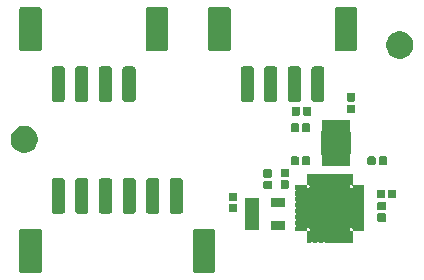
<source format=gbr>
G04 #@! TF.GenerationSoftware,KiCad,Pcbnew,5.0.1-33cea8e~68~ubuntu16.04.1*
G04 #@! TF.CreationDate,2019-02-13T12:33:41-05:00*
G04 #@! TF.ProjectId,RS485SPIConverter,5253343835535049436F6E7665727465,rev?*
G04 #@! TF.SameCoordinates,Original*
G04 #@! TF.FileFunction,Soldermask,Top*
G04 #@! TF.FilePolarity,Negative*
%FSLAX46Y46*%
G04 Gerber Fmt 4.6, Leading zero omitted, Abs format (unit mm)*
G04 Created by KiCad (PCBNEW 5.0.1-33cea8e~68~ubuntu16.04.1) date Wed 13 Feb 2019 12:33:41 PM EST*
%MOMM*%
%LPD*%
G01*
G04 APERTURE LIST*
%ADD10C,0.100000*%
G04 APERTURE END LIST*
D10*
G36*
X18168518Y-19774574D02*
X18201024Y-19784435D01*
X18230983Y-19800448D01*
X18257241Y-19821999D01*
X18278792Y-19848257D01*
X18294805Y-19878216D01*
X18304666Y-19910722D01*
X18308600Y-19950669D01*
X18308600Y-23292611D01*
X18304666Y-23332558D01*
X18294805Y-23365064D01*
X18278792Y-23395023D01*
X18257241Y-23421281D01*
X18230983Y-23442832D01*
X18201024Y-23458845D01*
X18168518Y-23468706D01*
X18128571Y-23472640D01*
X16586629Y-23472640D01*
X16546682Y-23468706D01*
X16514176Y-23458845D01*
X16484217Y-23442832D01*
X16457959Y-23421281D01*
X16436408Y-23395023D01*
X16420395Y-23365064D01*
X16410534Y-23332558D01*
X16406600Y-23292611D01*
X16406600Y-19950669D01*
X16410534Y-19910722D01*
X16420395Y-19878216D01*
X16436408Y-19848257D01*
X16457959Y-19821999D01*
X16484217Y-19800448D01*
X16514176Y-19784435D01*
X16546682Y-19774574D01*
X16586629Y-19770640D01*
X18128571Y-19770640D01*
X18168518Y-19774574D01*
X18168518Y-19774574D01*
G37*
G36*
X3468518Y-19774574D02*
X3501024Y-19784435D01*
X3530983Y-19800448D01*
X3557241Y-19821999D01*
X3578792Y-19848257D01*
X3594805Y-19878216D01*
X3604666Y-19910722D01*
X3608600Y-19950669D01*
X3608600Y-23292611D01*
X3604666Y-23332558D01*
X3594805Y-23365064D01*
X3578792Y-23395023D01*
X3557241Y-23421281D01*
X3530983Y-23442832D01*
X3501024Y-23458845D01*
X3468518Y-23468706D01*
X3428571Y-23472640D01*
X1886629Y-23472640D01*
X1846682Y-23468706D01*
X1814176Y-23458845D01*
X1784217Y-23442832D01*
X1757959Y-23421281D01*
X1736408Y-23395023D01*
X1720395Y-23365064D01*
X1710534Y-23332558D01*
X1706600Y-23292611D01*
X1706600Y-19950669D01*
X1710534Y-19910722D01*
X1720395Y-19878216D01*
X1736408Y-19848257D01*
X1757959Y-19821999D01*
X1784217Y-19800448D01*
X1814176Y-19784435D01*
X1846682Y-19774574D01*
X1886629Y-19770640D01*
X3428571Y-19770640D01*
X3468518Y-19774574D01*
X3468518Y-19774574D01*
G37*
G36*
X26405357Y-15075083D02*
X26410028Y-15076500D01*
X26414330Y-15078800D01*
X26420705Y-15084031D01*
X26441080Y-15097644D01*
X26463719Y-15107020D01*
X26487753Y-15111800D01*
X26512257Y-15111799D01*
X26536291Y-15107017D01*
X26558929Y-15097639D01*
X26579295Y-15084031D01*
X26585670Y-15078800D01*
X26589972Y-15076500D01*
X26594643Y-15075083D01*
X26605641Y-15074000D01*
X26894359Y-15074000D01*
X26905357Y-15075083D01*
X26910028Y-15076500D01*
X26914330Y-15078800D01*
X26920705Y-15084031D01*
X26941080Y-15097644D01*
X26963719Y-15107020D01*
X26987753Y-15111800D01*
X27012257Y-15111799D01*
X27036291Y-15107017D01*
X27058929Y-15097639D01*
X27079295Y-15084031D01*
X27085670Y-15078800D01*
X27089972Y-15076500D01*
X27094643Y-15075083D01*
X27105641Y-15074000D01*
X27394359Y-15074000D01*
X27405357Y-15075083D01*
X27410028Y-15076500D01*
X27414330Y-15078800D01*
X27420705Y-15084031D01*
X27441080Y-15097644D01*
X27463719Y-15107020D01*
X27487753Y-15111800D01*
X27512257Y-15111799D01*
X27536291Y-15107017D01*
X27558929Y-15097639D01*
X27579295Y-15084031D01*
X27585670Y-15078800D01*
X27589972Y-15076500D01*
X27594643Y-15075083D01*
X27605641Y-15074000D01*
X27894359Y-15074000D01*
X27905357Y-15075083D01*
X27910028Y-15076500D01*
X27914330Y-15078800D01*
X27920705Y-15084031D01*
X27941080Y-15097644D01*
X27963719Y-15107020D01*
X27987753Y-15111800D01*
X28012257Y-15111799D01*
X28036291Y-15107017D01*
X28058929Y-15097639D01*
X28079295Y-15084031D01*
X28085670Y-15078800D01*
X28089972Y-15076500D01*
X28094643Y-15075083D01*
X28105641Y-15074000D01*
X28394359Y-15074000D01*
X28405357Y-15075083D01*
X28410028Y-15076500D01*
X28414330Y-15078800D01*
X28420705Y-15084031D01*
X28441080Y-15097644D01*
X28463719Y-15107020D01*
X28487753Y-15111800D01*
X28512257Y-15111799D01*
X28536291Y-15107017D01*
X28558929Y-15097639D01*
X28579295Y-15084031D01*
X28585670Y-15078800D01*
X28589972Y-15076500D01*
X28594643Y-15075083D01*
X28605641Y-15074000D01*
X28894359Y-15074000D01*
X28905357Y-15075083D01*
X28910028Y-15076500D01*
X28914330Y-15078800D01*
X28920705Y-15084031D01*
X28941080Y-15097644D01*
X28963719Y-15107020D01*
X28987753Y-15111800D01*
X29012257Y-15111799D01*
X29036291Y-15107017D01*
X29058929Y-15097639D01*
X29079295Y-15084031D01*
X29085670Y-15078800D01*
X29089972Y-15076500D01*
X29094643Y-15075083D01*
X29105641Y-15074000D01*
X29394359Y-15074000D01*
X29405357Y-15075083D01*
X29410028Y-15076500D01*
X29414330Y-15078800D01*
X29420705Y-15084031D01*
X29441080Y-15097644D01*
X29463719Y-15107020D01*
X29487753Y-15111800D01*
X29512257Y-15111799D01*
X29536291Y-15107017D01*
X29558929Y-15097639D01*
X29579295Y-15084031D01*
X29585670Y-15078800D01*
X29589972Y-15076500D01*
X29594643Y-15075083D01*
X29605641Y-15074000D01*
X29894359Y-15074000D01*
X29905357Y-15075083D01*
X29910028Y-15076500D01*
X29914330Y-15078800D01*
X29918104Y-15081896D01*
X29921200Y-15085670D01*
X29923500Y-15089972D01*
X29924917Y-15094643D01*
X29926000Y-15105641D01*
X29926000Y-15949000D01*
X29928402Y-15973386D01*
X29935515Y-15996835D01*
X29947066Y-16018446D01*
X29962612Y-16037388D01*
X29981554Y-16052934D01*
X30003165Y-16064485D01*
X30026614Y-16071598D01*
X30051000Y-16074000D01*
X30894359Y-16074000D01*
X30905357Y-16075083D01*
X30910028Y-16076500D01*
X30914330Y-16078800D01*
X30918104Y-16081896D01*
X30921200Y-16085670D01*
X30923500Y-16089972D01*
X30924917Y-16094643D01*
X30926000Y-16105641D01*
X30926000Y-16394359D01*
X30924917Y-16405357D01*
X30923500Y-16410028D01*
X30921200Y-16414330D01*
X30915969Y-16420705D01*
X30902356Y-16441080D01*
X30892980Y-16463719D01*
X30888200Y-16487753D01*
X30888201Y-16512257D01*
X30892983Y-16536291D01*
X30902361Y-16558929D01*
X30915969Y-16579295D01*
X30921200Y-16585670D01*
X30923500Y-16589972D01*
X30924917Y-16594643D01*
X30926000Y-16605641D01*
X30926000Y-16894359D01*
X30924917Y-16905357D01*
X30923500Y-16910028D01*
X30921200Y-16914330D01*
X30915969Y-16920705D01*
X30902356Y-16941080D01*
X30892980Y-16963719D01*
X30888200Y-16987753D01*
X30888201Y-17012257D01*
X30892983Y-17036291D01*
X30902361Y-17058929D01*
X30915969Y-17079295D01*
X30921200Y-17085670D01*
X30923500Y-17089972D01*
X30924917Y-17094643D01*
X30926000Y-17105641D01*
X30926000Y-17394359D01*
X30924917Y-17405357D01*
X30923500Y-17410028D01*
X30921200Y-17414330D01*
X30915969Y-17420705D01*
X30902356Y-17441080D01*
X30892980Y-17463719D01*
X30888200Y-17487753D01*
X30888201Y-17512257D01*
X30892983Y-17536291D01*
X30902361Y-17558929D01*
X30915969Y-17579295D01*
X30921200Y-17585670D01*
X30923500Y-17589972D01*
X30924917Y-17594643D01*
X30926000Y-17605641D01*
X30926000Y-17894359D01*
X30924917Y-17905357D01*
X30923500Y-17910028D01*
X30921200Y-17914330D01*
X30915969Y-17920705D01*
X30902356Y-17941080D01*
X30892980Y-17963719D01*
X30888200Y-17987753D01*
X30888201Y-18012257D01*
X30892983Y-18036291D01*
X30902361Y-18058929D01*
X30915969Y-18079295D01*
X30921200Y-18085670D01*
X30923500Y-18089972D01*
X30924917Y-18094643D01*
X30926000Y-18105641D01*
X30926000Y-18394359D01*
X30924917Y-18405357D01*
X30923500Y-18410028D01*
X30921200Y-18414330D01*
X30915969Y-18420705D01*
X30902356Y-18441080D01*
X30892980Y-18463719D01*
X30888200Y-18487753D01*
X30888201Y-18512257D01*
X30892983Y-18536291D01*
X30902361Y-18558929D01*
X30915969Y-18579295D01*
X30921200Y-18585670D01*
X30923500Y-18589972D01*
X30924917Y-18594643D01*
X30926000Y-18605641D01*
X30926000Y-18894359D01*
X30924917Y-18905357D01*
X30923500Y-18910028D01*
X30921200Y-18914330D01*
X30915969Y-18920705D01*
X30902356Y-18941080D01*
X30892980Y-18963719D01*
X30888200Y-18987753D01*
X30888201Y-19012257D01*
X30892983Y-19036291D01*
X30902361Y-19058929D01*
X30915969Y-19079295D01*
X30921200Y-19085670D01*
X30923500Y-19089972D01*
X30924917Y-19094643D01*
X30926000Y-19105641D01*
X30926000Y-19394359D01*
X30924917Y-19405357D01*
X30923500Y-19410028D01*
X30921200Y-19414330D01*
X30915969Y-19420705D01*
X30902356Y-19441080D01*
X30892980Y-19463719D01*
X30888200Y-19487753D01*
X30888201Y-19512257D01*
X30892983Y-19536291D01*
X30902361Y-19558929D01*
X30915969Y-19579295D01*
X30921200Y-19585670D01*
X30923500Y-19589972D01*
X30924917Y-19594643D01*
X30926000Y-19605641D01*
X30926000Y-19894359D01*
X30924917Y-19905357D01*
X30923500Y-19910028D01*
X30921200Y-19914330D01*
X30918104Y-19918104D01*
X30914330Y-19921200D01*
X30910028Y-19923500D01*
X30905357Y-19924917D01*
X30894359Y-19926000D01*
X30051000Y-19926000D01*
X30026614Y-19928402D01*
X30003165Y-19935515D01*
X29981554Y-19947066D01*
X29962612Y-19962612D01*
X29947066Y-19981554D01*
X29935515Y-20003165D01*
X29928402Y-20026614D01*
X29926000Y-20051000D01*
X29926000Y-20894359D01*
X29924917Y-20905357D01*
X29923500Y-20910028D01*
X29921200Y-20914330D01*
X29918104Y-20918104D01*
X29914330Y-20921200D01*
X29910028Y-20923500D01*
X29905357Y-20924917D01*
X29894359Y-20926000D01*
X29605641Y-20926000D01*
X29594643Y-20924917D01*
X29589972Y-20923500D01*
X29585670Y-20921200D01*
X29579295Y-20915969D01*
X29558920Y-20902356D01*
X29536281Y-20892980D01*
X29512247Y-20888200D01*
X29487743Y-20888201D01*
X29463709Y-20892983D01*
X29441071Y-20902361D01*
X29420705Y-20915969D01*
X29414330Y-20921200D01*
X29410028Y-20923500D01*
X29405357Y-20924917D01*
X29394359Y-20926000D01*
X29105641Y-20926000D01*
X29094643Y-20924917D01*
X29089972Y-20923500D01*
X29085670Y-20921200D01*
X29079295Y-20915969D01*
X29058920Y-20902356D01*
X29036281Y-20892980D01*
X29012247Y-20888200D01*
X28987743Y-20888201D01*
X28963709Y-20892983D01*
X28941071Y-20902361D01*
X28920705Y-20915969D01*
X28914330Y-20921200D01*
X28910028Y-20923500D01*
X28905357Y-20924917D01*
X28894359Y-20926000D01*
X28605641Y-20926000D01*
X28594643Y-20924917D01*
X28589972Y-20923500D01*
X28585670Y-20921200D01*
X28579295Y-20915969D01*
X28558920Y-20902356D01*
X28536281Y-20892980D01*
X28512247Y-20888200D01*
X28487743Y-20888201D01*
X28463709Y-20892983D01*
X28441071Y-20902361D01*
X28420705Y-20915969D01*
X28414330Y-20921200D01*
X28410028Y-20923500D01*
X28405357Y-20924917D01*
X28394359Y-20926000D01*
X28105641Y-20926000D01*
X28094643Y-20924917D01*
X28089972Y-20923500D01*
X28085670Y-20921200D01*
X28079295Y-20915969D01*
X28058920Y-20902356D01*
X28036281Y-20892980D01*
X28012247Y-20888200D01*
X27987743Y-20888201D01*
X27963709Y-20892983D01*
X27941071Y-20902361D01*
X27920705Y-20915969D01*
X27914330Y-20921200D01*
X27910028Y-20923500D01*
X27905357Y-20924917D01*
X27894359Y-20926000D01*
X27605641Y-20926000D01*
X27594643Y-20924917D01*
X27589972Y-20923500D01*
X27585670Y-20921200D01*
X27579295Y-20915969D01*
X27558920Y-20902356D01*
X27536281Y-20892980D01*
X27512247Y-20888200D01*
X27487743Y-20888201D01*
X27463709Y-20892983D01*
X27441071Y-20902361D01*
X27420705Y-20915969D01*
X27414330Y-20921200D01*
X27410028Y-20923500D01*
X27405357Y-20924917D01*
X27394359Y-20926000D01*
X27105641Y-20926000D01*
X27094643Y-20924917D01*
X27089972Y-20923500D01*
X27085670Y-20921200D01*
X27079295Y-20915969D01*
X27058920Y-20902356D01*
X27036281Y-20892980D01*
X27012247Y-20888200D01*
X26987743Y-20888201D01*
X26963709Y-20892983D01*
X26941071Y-20902361D01*
X26920705Y-20915969D01*
X26914330Y-20921200D01*
X26910028Y-20923500D01*
X26905357Y-20924917D01*
X26894359Y-20926000D01*
X26605641Y-20926000D01*
X26594643Y-20924917D01*
X26589972Y-20923500D01*
X26585670Y-20921200D01*
X26579295Y-20915969D01*
X26558920Y-20902356D01*
X26536281Y-20892980D01*
X26512247Y-20888200D01*
X26487743Y-20888201D01*
X26463709Y-20892983D01*
X26441071Y-20902361D01*
X26420705Y-20915969D01*
X26414330Y-20921200D01*
X26410028Y-20923500D01*
X26405357Y-20924917D01*
X26394359Y-20926000D01*
X26105641Y-20926000D01*
X26094643Y-20924917D01*
X26089972Y-20923500D01*
X26085670Y-20921200D01*
X26081896Y-20918104D01*
X26078800Y-20914330D01*
X26076500Y-20910028D01*
X26075083Y-20905357D01*
X26074000Y-20894359D01*
X26074000Y-20051000D01*
X26071598Y-20026614D01*
X26064485Y-20003165D01*
X26052934Y-19981554D01*
X26037388Y-19962612D01*
X26018446Y-19947066D01*
X25996835Y-19935515D01*
X25973386Y-19928402D01*
X25949000Y-19926000D01*
X25105641Y-19926000D01*
X25094643Y-19924917D01*
X25089972Y-19923500D01*
X25085670Y-19921200D01*
X25081896Y-19918104D01*
X25078800Y-19914330D01*
X25076500Y-19910028D01*
X25075083Y-19905357D01*
X25074000Y-19894359D01*
X25074000Y-19815805D01*
X26051000Y-19815805D01*
X26051000Y-19824000D01*
X26053402Y-19848386D01*
X26060515Y-19871835D01*
X26072066Y-19893446D01*
X26087612Y-19912388D01*
X26106554Y-19927934D01*
X26128165Y-19939485D01*
X26151614Y-19946598D01*
X26176000Y-19949000D01*
X26184195Y-19949000D01*
X26208581Y-19946598D01*
X26232030Y-19939485D01*
X26253641Y-19927934D01*
X26272583Y-19912388D01*
X26288129Y-19893446D01*
X26299680Y-19871835D01*
X26306793Y-19848386D01*
X26309195Y-19824000D01*
X26307989Y-19811750D01*
X29691407Y-19811750D01*
X29691407Y-19836254D01*
X29696188Y-19860288D01*
X29705566Y-19882926D01*
X29719180Y-19903301D01*
X29736507Y-19920628D01*
X29756882Y-19934241D01*
X29779521Y-19943618D01*
X29815805Y-19949000D01*
X29824000Y-19949000D01*
X29848386Y-19946598D01*
X29871835Y-19939485D01*
X29893446Y-19927934D01*
X29912388Y-19912388D01*
X29927934Y-19893446D01*
X29939485Y-19871835D01*
X29946598Y-19848386D01*
X29949000Y-19824000D01*
X29949000Y-19815805D01*
X29946598Y-19791419D01*
X29939485Y-19767970D01*
X29927934Y-19746359D01*
X29912388Y-19727417D01*
X29893446Y-19711871D01*
X29871835Y-19700320D01*
X29848386Y-19693207D01*
X29824000Y-19690805D01*
X29799614Y-19693207D01*
X29776165Y-19700320D01*
X29754554Y-19711871D01*
X29741226Y-19723950D01*
X29741005Y-19723681D01*
X29736504Y-19727375D01*
X29719177Y-19744702D01*
X29705564Y-19765077D01*
X29696187Y-19787716D01*
X29691407Y-19811750D01*
X26307989Y-19811750D01*
X26306793Y-19799614D01*
X26299680Y-19776165D01*
X26288129Y-19754554D01*
X26276050Y-19741226D01*
X26276319Y-19741005D01*
X26272625Y-19736504D01*
X26255298Y-19719177D01*
X26234923Y-19705564D01*
X26212284Y-19696187D01*
X26188250Y-19691407D01*
X26163746Y-19691407D01*
X26139712Y-19696188D01*
X26117074Y-19705566D01*
X26096699Y-19719180D01*
X26079372Y-19736507D01*
X26065759Y-19756882D01*
X26056382Y-19779521D01*
X26051000Y-19815805D01*
X25074000Y-19815805D01*
X25074000Y-19605641D01*
X25075083Y-19594643D01*
X25076500Y-19589972D01*
X25078800Y-19585670D01*
X25084031Y-19579295D01*
X25097644Y-19558920D01*
X25107020Y-19536281D01*
X25111800Y-19512247D01*
X25111799Y-19487743D01*
X25107017Y-19463709D01*
X25097639Y-19441071D01*
X25084031Y-19420705D01*
X25078800Y-19414330D01*
X25076500Y-19410028D01*
X25075083Y-19405357D01*
X25074000Y-19394359D01*
X25074000Y-19105641D01*
X25075083Y-19094643D01*
X25076500Y-19089972D01*
X25078800Y-19085670D01*
X25084031Y-19079295D01*
X25097644Y-19058920D01*
X25107020Y-19036281D01*
X25111800Y-19012247D01*
X25111799Y-18987743D01*
X25107017Y-18963709D01*
X25097639Y-18941071D01*
X25084031Y-18920705D01*
X25078800Y-18914330D01*
X25076500Y-18910028D01*
X25075083Y-18905357D01*
X25074000Y-18894359D01*
X25074000Y-18605641D01*
X25075083Y-18594643D01*
X25076500Y-18589972D01*
X25078800Y-18585670D01*
X25084031Y-18579295D01*
X25097644Y-18558920D01*
X25107020Y-18536281D01*
X25111800Y-18512247D01*
X25111799Y-18487743D01*
X25107017Y-18463709D01*
X25097639Y-18441071D01*
X25084031Y-18420705D01*
X25078800Y-18414330D01*
X25076500Y-18410028D01*
X25075083Y-18405357D01*
X25074000Y-18394359D01*
X25074000Y-18105641D01*
X25075083Y-18094643D01*
X25076500Y-18089972D01*
X25078800Y-18085670D01*
X25084031Y-18079295D01*
X25097644Y-18058920D01*
X25107020Y-18036281D01*
X25111800Y-18012247D01*
X25111799Y-17987743D01*
X25107017Y-17963709D01*
X25097639Y-17941071D01*
X25084031Y-17920705D01*
X25078800Y-17914330D01*
X25076500Y-17910028D01*
X25075083Y-17905357D01*
X25074000Y-17894359D01*
X25074000Y-17605641D01*
X25075083Y-17594643D01*
X25076500Y-17589972D01*
X25078800Y-17585670D01*
X25084031Y-17579295D01*
X25097644Y-17558920D01*
X25107020Y-17536281D01*
X25111800Y-17512247D01*
X25111799Y-17487743D01*
X25107017Y-17463709D01*
X25097639Y-17441071D01*
X25084031Y-17420705D01*
X25078800Y-17414330D01*
X25076500Y-17410028D01*
X25075083Y-17405357D01*
X25074000Y-17394359D01*
X25074000Y-17105641D01*
X25075083Y-17094643D01*
X25076500Y-17089972D01*
X25078800Y-17085670D01*
X25084031Y-17079295D01*
X25097644Y-17058920D01*
X25107020Y-17036281D01*
X25111800Y-17012247D01*
X25111799Y-16987743D01*
X25107017Y-16963709D01*
X25097639Y-16941071D01*
X25084031Y-16920705D01*
X25078800Y-16914330D01*
X25076500Y-16910028D01*
X25075083Y-16905357D01*
X25074000Y-16894359D01*
X25074000Y-16605641D01*
X25075083Y-16594643D01*
X25076500Y-16589972D01*
X25078800Y-16585670D01*
X25084031Y-16579295D01*
X25097644Y-16558920D01*
X25107020Y-16536281D01*
X25111800Y-16512247D01*
X25111799Y-16487743D01*
X25107017Y-16463709D01*
X25097639Y-16441071D01*
X25084031Y-16420705D01*
X25078800Y-16414330D01*
X25076500Y-16410028D01*
X25075083Y-16405357D01*
X25074000Y-16394359D01*
X25074000Y-16176000D01*
X26051000Y-16176000D01*
X26051000Y-16184195D01*
X26053402Y-16208581D01*
X26060515Y-16232030D01*
X26072066Y-16253641D01*
X26087612Y-16272583D01*
X26106554Y-16288129D01*
X26128165Y-16299680D01*
X26151614Y-16306793D01*
X26176000Y-16309195D01*
X26200386Y-16306793D01*
X26223835Y-16299680D01*
X26245446Y-16288129D01*
X26258774Y-16276050D01*
X26258995Y-16276319D01*
X26263496Y-16272625D01*
X26280823Y-16255298D01*
X26294436Y-16234923D01*
X26303813Y-16212284D01*
X26308593Y-16188250D01*
X26308593Y-16176000D01*
X29690805Y-16176000D01*
X29693207Y-16200386D01*
X29700320Y-16223835D01*
X29711871Y-16245446D01*
X29723950Y-16258774D01*
X29723681Y-16258995D01*
X29727375Y-16263496D01*
X29744702Y-16280823D01*
X29765077Y-16294436D01*
X29787716Y-16303813D01*
X29811750Y-16308593D01*
X29836254Y-16308593D01*
X29860288Y-16303812D01*
X29882926Y-16294434D01*
X29903301Y-16280820D01*
X29920628Y-16263493D01*
X29934241Y-16243118D01*
X29943618Y-16220479D01*
X29949000Y-16184195D01*
X29949000Y-16176000D01*
X29946598Y-16151614D01*
X29939485Y-16128165D01*
X29927934Y-16106554D01*
X29912388Y-16087612D01*
X29893446Y-16072066D01*
X29871835Y-16060515D01*
X29848386Y-16053402D01*
X29824000Y-16051000D01*
X29815805Y-16051000D01*
X29791419Y-16053402D01*
X29767970Y-16060515D01*
X29746359Y-16072066D01*
X29727417Y-16087612D01*
X29711871Y-16106554D01*
X29700320Y-16128165D01*
X29693207Y-16151614D01*
X29690805Y-16176000D01*
X26308593Y-16176000D01*
X26308593Y-16163746D01*
X26303812Y-16139712D01*
X26294434Y-16117074D01*
X26280820Y-16096699D01*
X26263493Y-16079372D01*
X26243118Y-16065759D01*
X26220479Y-16056382D01*
X26184195Y-16051000D01*
X26176000Y-16051000D01*
X26151614Y-16053402D01*
X26128165Y-16060515D01*
X26106554Y-16072066D01*
X26087612Y-16087612D01*
X26072066Y-16106554D01*
X26060515Y-16128165D01*
X26053402Y-16151614D01*
X26051000Y-16176000D01*
X25074000Y-16176000D01*
X25074000Y-16105641D01*
X25075083Y-16094643D01*
X25076500Y-16089972D01*
X25078800Y-16085670D01*
X25081896Y-16081896D01*
X25085670Y-16078800D01*
X25089972Y-16076500D01*
X25094643Y-16075083D01*
X25105641Y-16074000D01*
X25949000Y-16074000D01*
X25973386Y-16071598D01*
X25996835Y-16064485D01*
X26018446Y-16052934D01*
X26037388Y-16037388D01*
X26052934Y-16018446D01*
X26064485Y-15996835D01*
X26071598Y-15973386D01*
X26074000Y-15949000D01*
X26074000Y-15105641D01*
X26075083Y-15094643D01*
X26076500Y-15089972D01*
X26078800Y-15085670D01*
X26081896Y-15081896D01*
X26085670Y-15078800D01*
X26089972Y-15076500D01*
X26094643Y-15075083D01*
X26105641Y-15074000D01*
X26394359Y-15074000D01*
X26405357Y-15075083D01*
X26405357Y-15075083D01*
G37*
G36*
X24181000Y-19826000D02*
X23019000Y-19826000D01*
X23019000Y-19074000D01*
X24181000Y-19074000D01*
X24181000Y-19826000D01*
X24181000Y-19826000D01*
G37*
G36*
X21981000Y-19826000D02*
X20819000Y-19826000D01*
X20819000Y-17174000D01*
X21981000Y-17174000D01*
X21981000Y-19826000D01*
X21981000Y-19826000D01*
G37*
G36*
X32681938Y-18456716D02*
X32702556Y-18462970D01*
X32721556Y-18473126D01*
X32738208Y-18486792D01*
X32751874Y-18503444D01*
X32762030Y-18522444D01*
X32768284Y-18543062D01*
X32771000Y-18570640D01*
X32771000Y-19029360D01*
X32768284Y-19056938D01*
X32762030Y-19077556D01*
X32751874Y-19096556D01*
X32738208Y-19113208D01*
X32721556Y-19126874D01*
X32702556Y-19137030D01*
X32681938Y-19143284D01*
X32654360Y-19146000D01*
X32145640Y-19146000D01*
X32118062Y-19143284D01*
X32097444Y-19137030D01*
X32078444Y-19126874D01*
X32061792Y-19113208D01*
X32048126Y-19096556D01*
X32037970Y-19077556D01*
X32031716Y-19056938D01*
X32029000Y-19029360D01*
X32029000Y-18570640D01*
X32031716Y-18543062D01*
X32037970Y-18522444D01*
X32048126Y-18503444D01*
X32061792Y-18486792D01*
X32078444Y-18473126D01*
X32097444Y-18462970D01*
X32118062Y-18456716D01*
X32145640Y-18454000D01*
X32654360Y-18454000D01*
X32681938Y-18456716D01*
X32681938Y-18456716D01*
G37*
G36*
X9387033Y-15475326D02*
X9426881Y-15487414D01*
X9463601Y-15507041D01*
X9495786Y-15533454D01*
X9522199Y-15565639D01*
X9541826Y-15602359D01*
X9553914Y-15642207D01*
X9558600Y-15689781D01*
X9558600Y-18253499D01*
X9553914Y-18301073D01*
X9541826Y-18340921D01*
X9522199Y-18377641D01*
X9495786Y-18409826D01*
X9463601Y-18436239D01*
X9426881Y-18455866D01*
X9387033Y-18467954D01*
X9339459Y-18472640D01*
X8675741Y-18472640D01*
X8628167Y-18467954D01*
X8588319Y-18455866D01*
X8551599Y-18436239D01*
X8519414Y-18409826D01*
X8493001Y-18377641D01*
X8473374Y-18340921D01*
X8461286Y-18301073D01*
X8456600Y-18253499D01*
X8456600Y-15689781D01*
X8461286Y-15642207D01*
X8473374Y-15602359D01*
X8493001Y-15565639D01*
X8519414Y-15533454D01*
X8551599Y-15507041D01*
X8588319Y-15487414D01*
X8628167Y-15475326D01*
X8675741Y-15470640D01*
X9339459Y-15470640D01*
X9387033Y-15475326D01*
X9387033Y-15475326D01*
G37*
G36*
X11387033Y-15475326D02*
X11426881Y-15487414D01*
X11463601Y-15507041D01*
X11495786Y-15533454D01*
X11522199Y-15565639D01*
X11541826Y-15602359D01*
X11553914Y-15642207D01*
X11558600Y-15689781D01*
X11558600Y-18253499D01*
X11553914Y-18301073D01*
X11541826Y-18340921D01*
X11522199Y-18377641D01*
X11495786Y-18409826D01*
X11463601Y-18436239D01*
X11426881Y-18455866D01*
X11387033Y-18467954D01*
X11339459Y-18472640D01*
X10675741Y-18472640D01*
X10628167Y-18467954D01*
X10588319Y-18455866D01*
X10551599Y-18436239D01*
X10519414Y-18409826D01*
X10493001Y-18377641D01*
X10473374Y-18340921D01*
X10461286Y-18301073D01*
X10456600Y-18253499D01*
X10456600Y-15689781D01*
X10461286Y-15642207D01*
X10473374Y-15602359D01*
X10493001Y-15565639D01*
X10519414Y-15533454D01*
X10551599Y-15507041D01*
X10588319Y-15487414D01*
X10628167Y-15475326D01*
X10675741Y-15470640D01*
X11339459Y-15470640D01*
X11387033Y-15475326D01*
X11387033Y-15475326D01*
G37*
G36*
X13387033Y-15475326D02*
X13426881Y-15487414D01*
X13463601Y-15507041D01*
X13495786Y-15533454D01*
X13522199Y-15565639D01*
X13541826Y-15602359D01*
X13553914Y-15642207D01*
X13558600Y-15689781D01*
X13558600Y-18253499D01*
X13553914Y-18301073D01*
X13541826Y-18340921D01*
X13522199Y-18377641D01*
X13495786Y-18409826D01*
X13463601Y-18436239D01*
X13426881Y-18455866D01*
X13387033Y-18467954D01*
X13339459Y-18472640D01*
X12675741Y-18472640D01*
X12628167Y-18467954D01*
X12588319Y-18455866D01*
X12551599Y-18436239D01*
X12519414Y-18409826D01*
X12493001Y-18377641D01*
X12473374Y-18340921D01*
X12461286Y-18301073D01*
X12456600Y-18253499D01*
X12456600Y-15689781D01*
X12461286Y-15642207D01*
X12473374Y-15602359D01*
X12493001Y-15565639D01*
X12519414Y-15533454D01*
X12551599Y-15507041D01*
X12588319Y-15487414D01*
X12628167Y-15475326D01*
X12675741Y-15470640D01*
X13339459Y-15470640D01*
X13387033Y-15475326D01*
X13387033Y-15475326D01*
G37*
G36*
X7387033Y-15475326D02*
X7426881Y-15487414D01*
X7463601Y-15507041D01*
X7495786Y-15533454D01*
X7522199Y-15565639D01*
X7541826Y-15602359D01*
X7553914Y-15642207D01*
X7558600Y-15689781D01*
X7558600Y-18253499D01*
X7553914Y-18301073D01*
X7541826Y-18340921D01*
X7522199Y-18377641D01*
X7495786Y-18409826D01*
X7463601Y-18436239D01*
X7426881Y-18455866D01*
X7387033Y-18467954D01*
X7339459Y-18472640D01*
X6675741Y-18472640D01*
X6628167Y-18467954D01*
X6588319Y-18455866D01*
X6551599Y-18436239D01*
X6519414Y-18409826D01*
X6493001Y-18377641D01*
X6473374Y-18340921D01*
X6461286Y-18301073D01*
X6456600Y-18253499D01*
X6456600Y-15689781D01*
X6461286Y-15642207D01*
X6473374Y-15602359D01*
X6493001Y-15565639D01*
X6519414Y-15533454D01*
X6551599Y-15507041D01*
X6588319Y-15487414D01*
X6628167Y-15475326D01*
X6675741Y-15470640D01*
X7339459Y-15470640D01*
X7387033Y-15475326D01*
X7387033Y-15475326D01*
G37*
G36*
X5387033Y-15475326D02*
X5426881Y-15487414D01*
X5463601Y-15507041D01*
X5495786Y-15533454D01*
X5522199Y-15565639D01*
X5541826Y-15602359D01*
X5553914Y-15642207D01*
X5558600Y-15689781D01*
X5558600Y-18253499D01*
X5553914Y-18301073D01*
X5541826Y-18340921D01*
X5522199Y-18377641D01*
X5495786Y-18409826D01*
X5463601Y-18436239D01*
X5426881Y-18455866D01*
X5387033Y-18467954D01*
X5339459Y-18472640D01*
X4675741Y-18472640D01*
X4628167Y-18467954D01*
X4588319Y-18455866D01*
X4551599Y-18436239D01*
X4519414Y-18409826D01*
X4493001Y-18377641D01*
X4473374Y-18340921D01*
X4461286Y-18301073D01*
X4456600Y-18253499D01*
X4456600Y-15689781D01*
X4461286Y-15642207D01*
X4473374Y-15602359D01*
X4493001Y-15565639D01*
X4519414Y-15533454D01*
X4551599Y-15507041D01*
X4588319Y-15487414D01*
X4628167Y-15475326D01*
X4675741Y-15470640D01*
X5339459Y-15470640D01*
X5387033Y-15475326D01*
X5387033Y-15475326D01*
G37*
G36*
X15387033Y-15475326D02*
X15426881Y-15487414D01*
X15463601Y-15507041D01*
X15495786Y-15533454D01*
X15522199Y-15565639D01*
X15541826Y-15602359D01*
X15553914Y-15642207D01*
X15558600Y-15689781D01*
X15558600Y-18253499D01*
X15553914Y-18301073D01*
X15541826Y-18340921D01*
X15522199Y-18377641D01*
X15495786Y-18409826D01*
X15463601Y-18436239D01*
X15426881Y-18455866D01*
X15387033Y-18467954D01*
X15339459Y-18472640D01*
X14675741Y-18472640D01*
X14628167Y-18467954D01*
X14588319Y-18455866D01*
X14551599Y-18436239D01*
X14519414Y-18409826D01*
X14493001Y-18377641D01*
X14473374Y-18340921D01*
X14461286Y-18301073D01*
X14456600Y-18253499D01*
X14456600Y-15689781D01*
X14461286Y-15642207D01*
X14473374Y-15602359D01*
X14493001Y-15565639D01*
X14519414Y-15533454D01*
X14551599Y-15507041D01*
X14588319Y-15487414D01*
X14628167Y-15475326D01*
X14675741Y-15470640D01*
X15339459Y-15470640D01*
X15387033Y-15475326D01*
X15387033Y-15475326D01*
G37*
G36*
X20081938Y-17656716D02*
X20102556Y-17662970D01*
X20121556Y-17673126D01*
X20138208Y-17686792D01*
X20151874Y-17703444D01*
X20162030Y-17722444D01*
X20168284Y-17743062D01*
X20171000Y-17770640D01*
X20171000Y-18229360D01*
X20168284Y-18256938D01*
X20162030Y-18277556D01*
X20151874Y-18296556D01*
X20138208Y-18313208D01*
X20121556Y-18326874D01*
X20102556Y-18337030D01*
X20081938Y-18343284D01*
X20054360Y-18346000D01*
X19545640Y-18346000D01*
X19518062Y-18343284D01*
X19497444Y-18337030D01*
X19478444Y-18326874D01*
X19461792Y-18313208D01*
X19448126Y-18296556D01*
X19437970Y-18277556D01*
X19431716Y-18256938D01*
X19429000Y-18229360D01*
X19429000Y-17770640D01*
X19431716Y-17743062D01*
X19437970Y-17722444D01*
X19448126Y-17703444D01*
X19461792Y-17686792D01*
X19478444Y-17673126D01*
X19497444Y-17662970D01*
X19518062Y-17656716D01*
X19545640Y-17654000D01*
X20054360Y-17654000D01*
X20081938Y-17656716D01*
X20081938Y-17656716D01*
G37*
G36*
X32681938Y-17486716D02*
X32702556Y-17492970D01*
X32721556Y-17503126D01*
X32738208Y-17516792D01*
X32751874Y-17533444D01*
X32762030Y-17552444D01*
X32768284Y-17573062D01*
X32771000Y-17600640D01*
X32771000Y-18059360D01*
X32768284Y-18086938D01*
X32762030Y-18107556D01*
X32751874Y-18126556D01*
X32738208Y-18143208D01*
X32721556Y-18156874D01*
X32702556Y-18167030D01*
X32681938Y-18173284D01*
X32654360Y-18176000D01*
X32145640Y-18176000D01*
X32118062Y-18173284D01*
X32097444Y-18167030D01*
X32078444Y-18156874D01*
X32061792Y-18143208D01*
X32048126Y-18126556D01*
X32037970Y-18107556D01*
X32031716Y-18086938D01*
X32029000Y-18059360D01*
X32029000Y-17600640D01*
X32031716Y-17573062D01*
X32037970Y-17552444D01*
X32048126Y-17533444D01*
X32061792Y-17516792D01*
X32078444Y-17503126D01*
X32097444Y-17492970D01*
X32118062Y-17486716D01*
X32145640Y-17484000D01*
X32654360Y-17484000D01*
X32681938Y-17486716D01*
X32681938Y-17486716D01*
G37*
G36*
X24181000Y-17926000D02*
X23019000Y-17926000D01*
X23019000Y-17174000D01*
X24181000Y-17174000D01*
X24181000Y-17926000D01*
X24181000Y-17926000D01*
G37*
G36*
X20081938Y-16686716D02*
X20102556Y-16692970D01*
X20121556Y-16703126D01*
X20138208Y-16716792D01*
X20151874Y-16733444D01*
X20162030Y-16752444D01*
X20168284Y-16773062D01*
X20171000Y-16800640D01*
X20171000Y-17259360D01*
X20168284Y-17286938D01*
X20162030Y-17307556D01*
X20151874Y-17326556D01*
X20138208Y-17343208D01*
X20121556Y-17356874D01*
X20102556Y-17367030D01*
X20081938Y-17373284D01*
X20054360Y-17376000D01*
X19545640Y-17376000D01*
X19518062Y-17373284D01*
X19497444Y-17367030D01*
X19478444Y-17356874D01*
X19461792Y-17343208D01*
X19448126Y-17326556D01*
X19437970Y-17307556D01*
X19431716Y-17286938D01*
X19429000Y-17259360D01*
X19429000Y-16800640D01*
X19431716Y-16773062D01*
X19437970Y-16752444D01*
X19448126Y-16733444D01*
X19461792Y-16716792D01*
X19478444Y-16703126D01*
X19497444Y-16692970D01*
X19518062Y-16686716D01*
X19545640Y-16684000D01*
X20054360Y-16684000D01*
X20081938Y-16686716D01*
X20081938Y-16686716D01*
G37*
G36*
X33541938Y-16431716D02*
X33562556Y-16437970D01*
X33581556Y-16448126D01*
X33598208Y-16461792D01*
X33611874Y-16478444D01*
X33622030Y-16497444D01*
X33628284Y-16518062D01*
X33631000Y-16545640D01*
X33631000Y-17054360D01*
X33628284Y-17081938D01*
X33622030Y-17102556D01*
X33611874Y-17121556D01*
X33598208Y-17138208D01*
X33581556Y-17151874D01*
X33562556Y-17162030D01*
X33541938Y-17168284D01*
X33514360Y-17171000D01*
X33055640Y-17171000D01*
X33028062Y-17168284D01*
X33007444Y-17162030D01*
X32988444Y-17151874D01*
X32971792Y-17138208D01*
X32958126Y-17121556D01*
X32947970Y-17102556D01*
X32941716Y-17081938D01*
X32939000Y-17054360D01*
X32939000Y-16545640D01*
X32941716Y-16518062D01*
X32947970Y-16497444D01*
X32958126Y-16478444D01*
X32971792Y-16461792D01*
X32988444Y-16448126D01*
X33007444Y-16437970D01*
X33028062Y-16431716D01*
X33055640Y-16429000D01*
X33514360Y-16429000D01*
X33541938Y-16431716D01*
X33541938Y-16431716D01*
G37*
G36*
X32571938Y-16431716D02*
X32592556Y-16437970D01*
X32611556Y-16448126D01*
X32628208Y-16461792D01*
X32641874Y-16478444D01*
X32652030Y-16497444D01*
X32658284Y-16518062D01*
X32661000Y-16545640D01*
X32661000Y-17054360D01*
X32658284Y-17081938D01*
X32652030Y-17102556D01*
X32641874Y-17121556D01*
X32628208Y-17138208D01*
X32611556Y-17151874D01*
X32592556Y-17162030D01*
X32571938Y-17168284D01*
X32544360Y-17171000D01*
X32085640Y-17171000D01*
X32058062Y-17168284D01*
X32037444Y-17162030D01*
X32018444Y-17151874D01*
X32001792Y-17138208D01*
X31988126Y-17121556D01*
X31977970Y-17102556D01*
X31971716Y-17081938D01*
X31969000Y-17054360D01*
X31969000Y-16545640D01*
X31971716Y-16518062D01*
X31977970Y-16497444D01*
X31988126Y-16478444D01*
X32001792Y-16461792D01*
X32018444Y-16448126D01*
X32037444Y-16437970D01*
X32058062Y-16431716D01*
X32085640Y-16429000D01*
X32544360Y-16429000D01*
X32571938Y-16431716D01*
X32571938Y-16431716D01*
G37*
G36*
X23031938Y-15691716D02*
X23052556Y-15697970D01*
X23071556Y-15708126D01*
X23088208Y-15721792D01*
X23101874Y-15738444D01*
X23112030Y-15757444D01*
X23118284Y-15778062D01*
X23121000Y-15805640D01*
X23121000Y-16264360D01*
X23118284Y-16291938D01*
X23112030Y-16312556D01*
X23101874Y-16331556D01*
X23088208Y-16348208D01*
X23071556Y-16361874D01*
X23052556Y-16372030D01*
X23031938Y-16378284D01*
X23004360Y-16381000D01*
X22495640Y-16381000D01*
X22468062Y-16378284D01*
X22447444Y-16372030D01*
X22428444Y-16361874D01*
X22411792Y-16348208D01*
X22398126Y-16331556D01*
X22387970Y-16312556D01*
X22381716Y-16291938D01*
X22379000Y-16264360D01*
X22379000Y-15805640D01*
X22381716Y-15778062D01*
X22387970Y-15757444D01*
X22398126Y-15738444D01*
X22411792Y-15721792D01*
X22428444Y-15708126D01*
X22447444Y-15697970D01*
X22468062Y-15691716D01*
X22495640Y-15689000D01*
X23004360Y-15689000D01*
X23031938Y-15691716D01*
X23031938Y-15691716D01*
G37*
G36*
X24481938Y-15656716D02*
X24502556Y-15662970D01*
X24521556Y-15673126D01*
X24538208Y-15686792D01*
X24551874Y-15703444D01*
X24562030Y-15722444D01*
X24568284Y-15743062D01*
X24571000Y-15770640D01*
X24571000Y-16229360D01*
X24568284Y-16256938D01*
X24562030Y-16277556D01*
X24551874Y-16296556D01*
X24538208Y-16313208D01*
X24521556Y-16326874D01*
X24502556Y-16337030D01*
X24481938Y-16343284D01*
X24454360Y-16346000D01*
X23945640Y-16346000D01*
X23918062Y-16343284D01*
X23897444Y-16337030D01*
X23878444Y-16326874D01*
X23861792Y-16313208D01*
X23848126Y-16296556D01*
X23837970Y-16277556D01*
X23831716Y-16256938D01*
X23829000Y-16229360D01*
X23829000Y-15770640D01*
X23831716Y-15743062D01*
X23837970Y-15722444D01*
X23848126Y-15703444D01*
X23861792Y-15686792D01*
X23878444Y-15673126D01*
X23897444Y-15662970D01*
X23918062Y-15656716D01*
X23945640Y-15654000D01*
X24454360Y-15654000D01*
X24481938Y-15656716D01*
X24481938Y-15656716D01*
G37*
G36*
X23031938Y-14721716D02*
X23052556Y-14727970D01*
X23071556Y-14738126D01*
X23088208Y-14751792D01*
X23101874Y-14768444D01*
X23112030Y-14787444D01*
X23118284Y-14808062D01*
X23121000Y-14835640D01*
X23121000Y-15294360D01*
X23118284Y-15321938D01*
X23112030Y-15342556D01*
X23101874Y-15361556D01*
X23088208Y-15378208D01*
X23071556Y-15391874D01*
X23052556Y-15402030D01*
X23031938Y-15408284D01*
X23004360Y-15411000D01*
X22495640Y-15411000D01*
X22468062Y-15408284D01*
X22447444Y-15402030D01*
X22428444Y-15391874D01*
X22411792Y-15378208D01*
X22398126Y-15361556D01*
X22387970Y-15342556D01*
X22381716Y-15321938D01*
X22379000Y-15294360D01*
X22379000Y-14835640D01*
X22381716Y-14808062D01*
X22387970Y-14787444D01*
X22398126Y-14768444D01*
X22411792Y-14751792D01*
X22428444Y-14738126D01*
X22447444Y-14727970D01*
X22468062Y-14721716D01*
X22495640Y-14719000D01*
X23004360Y-14719000D01*
X23031938Y-14721716D01*
X23031938Y-14721716D01*
G37*
G36*
X24481938Y-14686716D02*
X24502556Y-14692970D01*
X24521556Y-14703126D01*
X24538208Y-14716792D01*
X24551874Y-14733444D01*
X24562030Y-14752444D01*
X24568284Y-14773062D01*
X24571000Y-14800640D01*
X24571000Y-15259360D01*
X24568284Y-15286938D01*
X24562030Y-15307556D01*
X24551874Y-15326556D01*
X24538208Y-15343208D01*
X24521556Y-15356874D01*
X24502556Y-15367030D01*
X24481938Y-15373284D01*
X24454360Y-15376000D01*
X23945640Y-15376000D01*
X23918062Y-15373284D01*
X23897444Y-15367030D01*
X23878444Y-15356874D01*
X23861792Y-15343208D01*
X23848126Y-15326556D01*
X23837970Y-15307556D01*
X23831716Y-15286938D01*
X23829000Y-15259360D01*
X23829000Y-14800640D01*
X23831716Y-14773062D01*
X23837970Y-14752444D01*
X23848126Y-14733444D01*
X23861792Y-14716792D01*
X23878444Y-14703126D01*
X23897444Y-14692970D01*
X23918062Y-14686716D01*
X23945640Y-14684000D01*
X24454360Y-14684000D01*
X24481938Y-14686716D01*
X24481938Y-14686716D01*
G37*
G36*
X29701000Y-11474000D02*
X29703402Y-11498386D01*
X29710515Y-11521835D01*
X29722066Y-11543446D01*
X29737612Y-11562388D01*
X29756554Y-11577934D01*
X29776000Y-11588328D01*
X29776000Y-13411672D01*
X29756554Y-13422066D01*
X29737612Y-13437612D01*
X29722066Y-13456554D01*
X29710515Y-13478165D01*
X29703402Y-13501614D01*
X29701000Y-13526000D01*
X29701000Y-14426000D01*
X27299000Y-14426000D01*
X27299000Y-13526000D01*
X27296598Y-13501614D01*
X27289485Y-13478165D01*
X27277934Y-13456554D01*
X27262388Y-13437612D01*
X27243446Y-13422066D01*
X27224000Y-13411672D01*
X27224000Y-11588328D01*
X27243446Y-11577934D01*
X27262388Y-11562388D01*
X27277934Y-11543446D01*
X27289485Y-11521835D01*
X27296598Y-11498386D01*
X27299000Y-11474000D01*
X27299000Y-10574000D01*
X29701000Y-10574000D01*
X29701000Y-11474000D01*
X29701000Y-11474000D01*
G37*
G36*
X26256938Y-13631716D02*
X26277556Y-13637970D01*
X26296556Y-13648126D01*
X26313208Y-13661792D01*
X26326874Y-13678444D01*
X26337030Y-13697444D01*
X26343284Y-13718062D01*
X26346000Y-13745640D01*
X26346000Y-14254360D01*
X26343284Y-14281938D01*
X26337030Y-14302556D01*
X26326874Y-14321556D01*
X26313208Y-14338208D01*
X26296556Y-14351874D01*
X26277556Y-14362030D01*
X26256938Y-14368284D01*
X26229360Y-14371000D01*
X25770640Y-14371000D01*
X25743062Y-14368284D01*
X25722444Y-14362030D01*
X25703444Y-14351874D01*
X25686792Y-14338208D01*
X25673126Y-14321556D01*
X25662970Y-14302556D01*
X25656716Y-14281938D01*
X25654000Y-14254360D01*
X25654000Y-13745640D01*
X25656716Y-13718062D01*
X25662970Y-13697444D01*
X25673126Y-13678444D01*
X25686792Y-13661792D01*
X25703444Y-13648126D01*
X25722444Y-13637970D01*
X25743062Y-13631716D01*
X25770640Y-13629000D01*
X26229360Y-13629000D01*
X26256938Y-13631716D01*
X26256938Y-13631716D01*
G37*
G36*
X32756938Y-13631716D02*
X32777556Y-13637970D01*
X32796556Y-13648126D01*
X32813208Y-13661792D01*
X32826874Y-13678444D01*
X32837030Y-13697444D01*
X32843284Y-13718062D01*
X32846000Y-13745640D01*
X32846000Y-14254360D01*
X32843284Y-14281938D01*
X32837030Y-14302556D01*
X32826874Y-14321556D01*
X32813208Y-14338208D01*
X32796556Y-14351874D01*
X32777556Y-14362030D01*
X32756938Y-14368284D01*
X32729360Y-14371000D01*
X32270640Y-14371000D01*
X32243062Y-14368284D01*
X32222444Y-14362030D01*
X32203444Y-14351874D01*
X32186792Y-14338208D01*
X32173126Y-14321556D01*
X32162970Y-14302556D01*
X32156716Y-14281938D01*
X32154000Y-14254360D01*
X32154000Y-13745640D01*
X32156716Y-13718062D01*
X32162970Y-13697444D01*
X32173126Y-13678444D01*
X32186792Y-13661792D01*
X32203444Y-13648126D01*
X32222444Y-13637970D01*
X32243062Y-13631716D01*
X32270640Y-13629000D01*
X32729360Y-13629000D01*
X32756938Y-13631716D01*
X32756938Y-13631716D01*
G37*
G36*
X25286938Y-13631716D02*
X25307556Y-13637970D01*
X25326556Y-13648126D01*
X25343208Y-13661792D01*
X25356874Y-13678444D01*
X25367030Y-13697444D01*
X25373284Y-13718062D01*
X25376000Y-13745640D01*
X25376000Y-14254360D01*
X25373284Y-14281938D01*
X25367030Y-14302556D01*
X25356874Y-14321556D01*
X25343208Y-14338208D01*
X25326556Y-14351874D01*
X25307556Y-14362030D01*
X25286938Y-14368284D01*
X25259360Y-14371000D01*
X24800640Y-14371000D01*
X24773062Y-14368284D01*
X24752444Y-14362030D01*
X24733444Y-14351874D01*
X24716792Y-14338208D01*
X24703126Y-14321556D01*
X24692970Y-14302556D01*
X24686716Y-14281938D01*
X24684000Y-14254360D01*
X24684000Y-13745640D01*
X24686716Y-13718062D01*
X24692970Y-13697444D01*
X24703126Y-13678444D01*
X24716792Y-13661792D01*
X24733444Y-13648126D01*
X24752444Y-13637970D01*
X24773062Y-13631716D01*
X24800640Y-13629000D01*
X25259360Y-13629000D01*
X25286938Y-13631716D01*
X25286938Y-13631716D01*
G37*
G36*
X31786938Y-13631716D02*
X31807556Y-13637970D01*
X31826556Y-13648126D01*
X31843208Y-13661792D01*
X31856874Y-13678444D01*
X31867030Y-13697444D01*
X31873284Y-13718062D01*
X31876000Y-13745640D01*
X31876000Y-14254360D01*
X31873284Y-14281938D01*
X31867030Y-14302556D01*
X31856874Y-14321556D01*
X31843208Y-14338208D01*
X31826556Y-14351874D01*
X31807556Y-14362030D01*
X31786938Y-14368284D01*
X31759360Y-14371000D01*
X31300640Y-14371000D01*
X31273062Y-14368284D01*
X31252444Y-14362030D01*
X31233444Y-14351874D01*
X31216792Y-14338208D01*
X31203126Y-14321556D01*
X31192970Y-14302556D01*
X31186716Y-14281938D01*
X31184000Y-14254360D01*
X31184000Y-13745640D01*
X31186716Y-13718062D01*
X31192970Y-13697444D01*
X31203126Y-13678444D01*
X31216792Y-13661792D01*
X31233444Y-13648126D01*
X31252444Y-13637970D01*
X31273062Y-13631716D01*
X31300640Y-13629000D01*
X31759360Y-13629000D01*
X31786938Y-13631716D01*
X31786938Y-13631716D01*
G37*
G36*
X2469334Y-11059832D02*
X2678802Y-11146596D01*
X2867323Y-11272562D01*
X3027638Y-11432877D01*
X3153604Y-11621398D01*
X3240368Y-11830866D01*
X3284600Y-12053235D01*
X3284600Y-12279965D01*
X3240368Y-12502334D01*
X3153604Y-12711802D01*
X3027638Y-12900323D01*
X2867323Y-13060638D01*
X2678802Y-13186604D01*
X2469334Y-13273368D01*
X2246965Y-13317600D01*
X2020235Y-13317600D01*
X1797866Y-13273368D01*
X1588398Y-13186604D01*
X1399877Y-13060638D01*
X1239562Y-12900323D01*
X1113596Y-12711802D01*
X1026832Y-12502334D01*
X982600Y-12279965D01*
X982600Y-12053235D01*
X1026832Y-11830866D01*
X1113596Y-11621398D01*
X1239562Y-11432877D01*
X1399877Y-11272562D01*
X1588398Y-11146596D01*
X1797866Y-11059832D01*
X2020235Y-11015600D01*
X2246965Y-11015600D01*
X2469334Y-11059832D01*
X2469334Y-11059832D01*
G37*
G36*
X25286938Y-10831716D02*
X25307556Y-10837970D01*
X25326556Y-10848126D01*
X25343208Y-10861792D01*
X25356874Y-10878444D01*
X25367030Y-10897444D01*
X25373284Y-10918062D01*
X25376000Y-10945640D01*
X25376000Y-11454360D01*
X25373284Y-11481938D01*
X25367030Y-11502556D01*
X25356874Y-11521556D01*
X25343208Y-11538208D01*
X25326556Y-11551874D01*
X25307556Y-11562030D01*
X25286938Y-11568284D01*
X25259360Y-11571000D01*
X24800640Y-11571000D01*
X24773062Y-11568284D01*
X24752444Y-11562030D01*
X24733444Y-11551874D01*
X24716792Y-11538208D01*
X24703126Y-11521556D01*
X24692970Y-11502556D01*
X24686716Y-11481938D01*
X24684000Y-11454360D01*
X24684000Y-10945640D01*
X24686716Y-10918062D01*
X24692970Y-10897444D01*
X24703126Y-10878444D01*
X24716792Y-10861792D01*
X24733444Y-10848126D01*
X24752444Y-10837970D01*
X24773062Y-10831716D01*
X24800640Y-10829000D01*
X25259360Y-10829000D01*
X25286938Y-10831716D01*
X25286938Y-10831716D01*
G37*
G36*
X26256938Y-10831716D02*
X26277556Y-10837970D01*
X26296556Y-10848126D01*
X26313208Y-10861792D01*
X26326874Y-10878444D01*
X26337030Y-10897444D01*
X26343284Y-10918062D01*
X26346000Y-10945640D01*
X26346000Y-11454360D01*
X26343284Y-11481938D01*
X26337030Y-11502556D01*
X26326874Y-11521556D01*
X26313208Y-11538208D01*
X26296556Y-11551874D01*
X26277556Y-11562030D01*
X26256938Y-11568284D01*
X26229360Y-11571000D01*
X25770640Y-11571000D01*
X25743062Y-11568284D01*
X25722444Y-11562030D01*
X25703444Y-11551874D01*
X25686792Y-11538208D01*
X25673126Y-11521556D01*
X25662970Y-11502556D01*
X25656716Y-11481938D01*
X25654000Y-11454360D01*
X25654000Y-10945640D01*
X25656716Y-10918062D01*
X25662970Y-10897444D01*
X25673126Y-10878444D01*
X25686792Y-10861792D01*
X25703444Y-10848126D01*
X25722444Y-10837970D01*
X25743062Y-10831716D01*
X25770640Y-10829000D01*
X26229360Y-10829000D01*
X26256938Y-10831716D01*
X26256938Y-10831716D01*
G37*
G36*
X26341938Y-9431716D02*
X26362556Y-9437970D01*
X26381556Y-9448126D01*
X26398208Y-9461792D01*
X26411874Y-9478444D01*
X26422030Y-9497444D01*
X26428284Y-9518062D01*
X26431000Y-9545640D01*
X26431000Y-10054360D01*
X26428284Y-10081938D01*
X26422030Y-10102556D01*
X26411874Y-10121556D01*
X26398208Y-10138208D01*
X26381556Y-10151874D01*
X26362556Y-10162030D01*
X26341938Y-10168284D01*
X26314360Y-10171000D01*
X25855640Y-10171000D01*
X25828062Y-10168284D01*
X25807444Y-10162030D01*
X25788444Y-10151874D01*
X25771792Y-10138208D01*
X25758126Y-10121556D01*
X25747970Y-10102556D01*
X25741716Y-10081938D01*
X25739000Y-10054360D01*
X25739000Y-9545640D01*
X25741716Y-9518062D01*
X25747970Y-9497444D01*
X25758126Y-9478444D01*
X25771792Y-9461792D01*
X25788444Y-9448126D01*
X25807444Y-9437970D01*
X25828062Y-9431716D01*
X25855640Y-9429000D01*
X26314360Y-9429000D01*
X26341938Y-9431716D01*
X26341938Y-9431716D01*
G37*
G36*
X25371938Y-9431716D02*
X25392556Y-9437970D01*
X25411556Y-9448126D01*
X25428208Y-9461792D01*
X25441874Y-9478444D01*
X25452030Y-9497444D01*
X25458284Y-9518062D01*
X25461000Y-9545640D01*
X25461000Y-10054360D01*
X25458284Y-10081938D01*
X25452030Y-10102556D01*
X25441874Y-10121556D01*
X25428208Y-10138208D01*
X25411556Y-10151874D01*
X25392556Y-10162030D01*
X25371938Y-10168284D01*
X25344360Y-10171000D01*
X24885640Y-10171000D01*
X24858062Y-10168284D01*
X24837444Y-10162030D01*
X24818444Y-10151874D01*
X24801792Y-10138208D01*
X24788126Y-10121556D01*
X24777970Y-10102556D01*
X24771716Y-10081938D01*
X24769000Y-10054360D01*
X24769000Y-9545640D01*
X24771716Y-9518062D01*
X24777970Y-9497444D01*
X24788126Y-9478444D01*
X24801792Y-9461792D01*
X24818444Y-9448126D01*
X24837444Y-9437970D01*
X24858062Y-9431716D01*
X24885640Y-9429000D01*
X25344360Y-9429000D01*
X25371938Y-9431716D01*
X25371938Y-9431716D01*
G37*
G36*
X30081938Y-9256716D02*
X30102556Y-9262970D01*
X30121556Y-9273126D01*
X30138208Y-9286792D01*
X30151874Y-9303444D01*
X30162030Y-9322444D01*
X30168284Y-9343062D01*
X30171000Y-9370640D01*
X30171000Y-9829360D01*
X30168284Y-9856938D01*
X30162030Y-9877556D01*
X30151874Y-9896556D01*
X30138208Y-9913208D01*
X30121556Y-9926874D01*
X30102556Y-9937030D01*
X30081938Y-9943284D01*
X30054360Y-9946000D01*
X29545640Y-9946000D01*
X29518062Y-9943284D01*
X29497444Y-9937030D01*
X29478444Y-9926874D01*
X29461792Y-9913208D01*
X29448126Y-9896556D01*
X29437970Y-9877556D01*
X29431716Y-9856938D01*
X29429000Y-9829360D01*
X29429000Y-9370640D01*
X29431716Y-9343062D01*
X29437970Y-9322444D01*
X29448126Y-9303444D01*
X29461792Y-9286792D01*
X29478444Y-9273126D01*
X29497444Y-9262970D01*
X29518062Y-9256716D01*
X29545640Y-9254000D01*
X30054360Y-9254000D01*
X30081938Y-9256716D01*
X30081938Y-9256716D01*
G37*
G36*
X23379433Y-6003686D02*
X23419281Y-6015774D01*
X23456001Y-6035401D01*
X23488186Y-6061814D01*
X23514599Y-6093999D01*
X23534226Y-6130719D01*
X23546314Y-6170567D01*
X23551000Y-6218141D01*
X23551000Y-8781859D01*
X23546314Y-8829433D01*
X23534226Y-8869281D01*
X23514599Y-8906001D01*
X23488186Y-8938186D01*
X23456001Y-8964599D01*
X23419281Y-8984226D01*
X23379433Y-8996314D01*
X23331859Y-9001000D01*
X22668141Y-9001000D01*
X22620567Y-8996314D01*
X22580719Y-8984226D01*
X22543999Y-8964599D01*
X22511814Y-8938186D01*
X22485401Y-8906001D01*
X22465774Y-8869281D01*
X22453686Y-8829433D01*
X22449000Y-8781859D01*
X22449000Y-6218141D01*
X22453686Y-6170567D01*
X22465774Y-6130719D01*
X22485401Y-6093999D01*
X22511814Y-6061814D01*
X22543999Y-6035401D01*
X22580719Y-6015774D01*
X22620567Y-6003686D01*
X22668141Y-5999000D01*
X23331859Y-5999000D01*
X23379433Y-6003686D01*
X23379433Y-6003686D01*
G37*
G36*
X5379433Y-6003686D02*
X5419281Y-6015774D01*
X5456001Y-6035401D01*
X5488186Y-6061814D01*
X5514599Y-6093999D01*
X5534226Y-6130719D01*
X5546314Y-6170567D01*
X5551000Y-6218141D01*
X5551000Y-8781859D01*
X5546314Y-8829433D01*
X5534226Y-8869281D01*
X5514599Y-8906001D01*
X5488186Y-8938186D01*
X5456001Y-8964599D01*
X5419281Y-8984226D01*
X5379433Y-8996314D01*
X5331859Y-9001000D01*
X4668141Y-9001000D01*
X4620567Y-8996314D01*
X4580719Y-8984226D01*
X4543999Y-8964599D01*
X4511814Y-8938186D01*
X4485401Y-8906001D01*
X4465774Y-8869281D01*
X4453686Y-8829433D01*
X4449000Y-8781859D01*
X4449000Y-6218141D01*
X4453686Y-6170567D01*
X4465774Y-6130719D01*
X4485401Y-6093999D01*
X4511814Y-6061814D01*
X4543999Y-6035401D01*
X4580719Y-6015774D01*
X4620567Y-6003686D01*
X4668141Y-5999000D01*
X5331859Y-5999000D01*
X5379433Y-6003686D01*
X5379433Y-6003686D01*
G37*
G36*
X9379433Y-6003686D02*
X9419281Y-6015774D01*
X9456001Y-6035401D01*
X9488186Y-6061814D01*
X9514599Y-6093999D01*
X9534226Y-6130719D01*
X9546314Y-6170567D01*
X9551000Y-6218141D01*
X9551000Y-8781859D01*
X9546314Y-8829433D01*
X9534226Y-8869281D01*
X9514599Y-8906001D01*
X9488186Y-8938186D01*
X9456001Y-8964599D01*
X9419281Y-8984226D01*
X9379433Y-8996314D01*
X9331859Y-9001000D01*
X8668141Y-9001000D01*
X8620567Y-8996314D01*
X8580719Y-8984226D01*
X8543999Y-8964599D01*
X8511814Y-8938186D01*
X8485401Y-8906001D01*
X8465774Y-8869281D01*
X8453686Y-8829433D01*
X8449000Y-8781859D01*
X8449000Y-6218141D01*
X8453686Y-6170567D01*
X8465774Y-6130719D01*
X8485401Y-6093999D01*
X8511814Y-6061814D01*
X8543999Y-6035401D01*
X8580719Y-6015774D01*
X8620567Y-6003686D01*
X8668141Y-5999000D01*
X9331859Y-5999000D01*
X9379433Y-6003686D01*
X9379433Y-6003686D01*
G37*
G36*
X11379433Y-6003686D02*
X11419281Y-6015774D01*
X11456001Y-6035401D01*
X11488186Y-6061814D01*
X11514599Y-6093999D01*
X11534226Y-6130719D01*
X11546314Y-6170567D01*
X11551000Y-6218141D01*
X11551000Y-8781859D01*
X11546314Y-8829433D01*
X11534226Y-8869281D01*
X11514599Y-8906001D01*
X11488186Y-8938186D01*
X11456001Y-8964599D01*
X11419281Y-8984226D01*
X11379433Y-8996314D01*
X11331859Y-9001000D01*
X10668141Y-9001000D01*
X10620567Y-8996314D01*
X10580719Y-8984226D01*
X10543999Y-8964599D01*
X10511814Y-8938186D01*
X10485401Y-8906001D01*
X10465774Y-8869281D01*
X10453686Y-8829433D01*
X10449000Y-8781859D01*
X10449000Y-6218141D01*
X10453686Y-6170567D01*
X10465774Y-6130719D01*
X10485401Y-6093999D01*
X10511814Y-6061814D01*
X10543999Y-6035401D01*
X10580719Y-6015774D01*
X10620567Y-6003686D01*
X10668141Y-5999000D01*
X11331859Y-5999000D01*
X11379433Y-6003686D01*
X11379433Y-6003686D01*
G37*
G36*
X21379433Y-6003686D02*
X21419281Y-6015774D01*
X21456001Y-6035401D01*
X21488186Y-6061814D01*
X21514599Y-6093999D01*
X21534226Y-6130719D01*
X21546314Y-6170567D01*
X21551000Y-6218141D01*
X21551000Y-8781859D01*
X21546314Y-8829433D01*
X21534226Y-8869281D01*
X21514599Y-8906001D01*
X21488186Y-8938186D01*
X21456001Y-8964599D01*
X21419281Y-8984226D01*
X21379433Y-8996314D01*
X21331859Y-9001000D01*
X20668141Y-9001000D01*
X20620567Y-8996314D01*
X20580719Y-8984226D01*
X20543999Y-8964599D01*
X20511814Y-8938186D01*
X20485401Y-8906001D01*
X20465774Y-8869281D01*
X20453686Y-8829433D01*
X20449000Y-8781859D01*
X20449000Y-6218141D01*
X20453686Y-6170567D01*
X20465774Y-6130719D01*
X20485401Y-6093999D01*
X20511814Y-6061814D01*
X20543999Y-6035401D01*
X20580719Y-6015774D01*
X20620567Y-6003686D01*
X20668141Y-5999000D01*
X21331859Y-5999000D01*
X21379433Y-6003686D01*
X21379433Y-6003686D01*
G37*
G36*
X25379433Y-6003686D02*
X25419281Y-6015774D01*
X25456001Y-6035401D01*
X25488186Y-6061814D01*
X25514599Y-6093999D01*
X25534226Y-6130719D01*
X25546314Y-6170567D01*
X25551000Y-6218141D01*
X25551000Y-8781859D01*
X25546314Y-8829433D01*
X25534226Y-8869281D01*
X25514599Y-8906001D01*
X25488186Y-8938186D01*
X25456001Y-8964599D01*
X25419281Y-8984226D01*
X25379433Y-8996314D01*
X25331859Y-9001000D01*
X24668141Y-9001000D01*
X24620567Y-8996314D01*
X24580719Y-8984226D01*
X24543999Y-8964599D01*
X24511814Y-8938186D01*
X24485401Y-8906001D01*
X24465774Y-8869281D01*
X24453686Y-8829433D01*
X24449000Y-8781859D01*
X24449000Y-6218141D01*
X24453686Y-6170567D01*
X24465774Y-6130719D01*
X24485401Y-6093999D01*
X24511814Y-6061814D01*
X24543999Y-6035401D01*
X24580719Y-6015774D01*
X24620567Y-6003686D01*
X24668141Y-5999000D01*
X25331859Y-5999000D01*
X25379433Y-6003686D01*
X25379433Y-6003686D01*
G37*
G36*
X7379433Y-6003686D02*
X7419281Y-6015774D01*
X7456001Y-6035401D01*
X7488186Y-6061814D01*
X7514599Y-6093999D01*
X7534226Y-6130719D01*
X7546314Y-6170567D01*
X7551000Y-6218141D01*
X7551000Y-8781859D01*
X7546314Y-8829433D01*
X7534226Y-8869281D01*
X7514599Y-8906001D01*
X7488186Y-8938186D01*
X7456001Y-8964599D01*
X7419281Y-8984226D01*
X7379433Y-8996314D01*
X7331859Y-9001000D01*
X6668141Y-9001000D01*
X6620567Y-8996314D01*
X6580719Y-8984226D01*
X6543999Y-8964599D01*
X6511814Y-8938186D01*
X6485401Y-8906001D01*
X6465774Y-8869281D01*
X6453686Y-8829433D01*
X6449000Y-8781859D01*
X6449000Y-6218141D01*
X6453686Y-6170567D01*
X6465774Y-6130719D01*
X6485401Y-6093999D01*
X6511814Y-6061814D01*
X6543999Y-6035401D01*
X6580719Y-6015774D01*
X6620567Y-6003686D01*
X6668141Y-5999000D01*
X7331859Y-5999000D01*
X7379433Y-6003686D01*
X7379433Y-6003686D01*
G37*
G36*
X27379433Y-6003686D02*
X27419281Y-6015774D01*
X27456001Y-6035401D01*
X27488186Y-6061814D01*
X27514599Y-6093999D01*
X27534226Y-6130719D01*
X27546314Y-6170567D01*
X27551000Y-6218141D01*
X27551000Y-8781859D01*
X27546314Y-8829433D01*
X27534226Y-8869281D01*
X27514599Y-8906001D01*
X27488186Y-8938186D01*
X27456001Y-8964599D01*
X27419281Y-8984226D01*
X27379433Y-8996314D01*
X27331859Y-9001000D01*
X26668141Y-9001000D01*
X26620567Y-8996314D01*
X26580719Y-8984226D01*
X26543999Y-8964599D01*
X26511814Y-8938186D01*
X26485401Y-8906001D01*
X26465774Y-8869281D01*
X26453686Y-8829433D01*
X26449000Y-8781859D01*
X26449000Y-6218141D01*
X26453686Y-6170567D01*
X26465774Y-6130719D01*
X26485401Y-6093999D01*
X26511814Y-6061814D01*
X26543999Y-6035401D01*
X26580719Y-6015774D01*
X26620567Y-6003686D01*
X26668141Y-5999000D01*
X27331859Y-5999000D01*
X27379433Y-6003686D01*
X27379433Y-6003686D01*
G37*
G36*
X30081938Y-8286716D02*
X30102556Y-8292970D01*
X30121556Y-8303126D01*
X30138208Y-8316792D01*
X30151874Y-8333444D01*
X30162030Y-8352444D01*
X30168284Y-8373062D01*
X30171000Y-8400640D01*
X30171000Y-8859360D01*
X30168284Y-8886938D01*
X30162030Y-8907556D01*
X30151874Y-8926556D01*
X30138208Y-8943208D01*
X30121556Y-8956874D01*
X30102556Y-8967030D01*
X30081938Y-8973284D01*
X30054360Y-8976000D01*
X29545640Y-8976000D01*
X29518062Y-8973284D01*
X29497444Y-8967030D01*
X29478444Y-8956874D01*
X29461792Y-8943208D01*
X29448126Y-8926556D01*
X29437970Y-8907556D01*
X29431716Y-8886938D01*
X29429000Y-8859360D01*
X29429000Y-8400640D01*
X29431716Y-8373062D01*
X29437970Y-8352444D01*
X29448126Y-8333444D01*
X29461792Y-8316792D01*
X29478444Y-8303126D01*
X29497444Y-8292970D01*
X29518062Y-8286716D01*
X29545640Y-8284000D01*
X30054360Y-8284000D01*
X30081938Y-8286716D01*
X30081938Y-8286716D01*
G37*
G36*
X34244734Y-3084232D02*
X34454202Y-3170996D01*
X34642723Y-3296962D01*
X34803038Y-3457277D01*
X34929004Y-3645798D01*
X35015768Y-3855266D01*
X35060000Y-4077635D01*
X35060000Y-4304365D01*
X35015768Y-4526734D01*
X34929004Y-4736202D01*
X34803038Y-4924723D01*
X34642723Y-5085038D01*
X34454202Y-5211004D01*
X34244734Y-5297768D01*
X34022365Y-5342000D01*
X33795635Y-5342000D01*
X33573266Y-5297768D01*
X33363798Y-5211004D01*
X33175277Y-5085038D01*
X33014962Y-4924723D01*
X32888996Y-4736202D01*
X32802232Y-4526734D01*
X32758000Y-4304365D01*
X32758000Y-4077635D01*
X32802232Y-3855266D01*
X32888996Y-3645798D01*
X33014962Y-3457277D01*
X33175277Y-3296962D01*
X33363798Y-3170996D01*
X33573266Y-3084232D01*
X33795635Y-3040000D01*
X34022365Y-3040000D01*
X34244734Y-3084232D01*
X34244734Y-3084232D01*
G37*
G36*
X3460918Y-1002934D02*
X3493424Y-1012795D01*
X3523383Y-1028808D01*
X3549641Y-1050359D01*
X3571192Y-1076617D01*
X3587205Y-1106576D01*
X3597066Y-1139082D01*
X3601000Y-1179029D01*
X3601000Y-4520971D01*
X3597066Y-4560918D01*
X3587205Y-4593424D01*
X3571192Y-4623383D01*
X3549641Y-4649641D01*
X3523383Y-4671192D01*
X3493424Y-4687205D01*
X3460918Y-4697066D01*
X3420971Y-4701000D01*
X1879029Y-4701000D01*
X1839082Y-4697066D01*
X1806576Y-4687205D01*
X1776617Y-4671192D01*
X1750359Y-4649641D01*
X1728808Y-4623383D01*
X1712795Y-4593424D01*
X1702934Y-4560918D01*
X1699000Y-4520971D01*
X1699000Y-1179029D01*
X1702934Y-1139082D01*
X1712795Y-1106576D01*
X1728808Y-1076617D01*
X1750359Y-1050359D01*
X1776617Y-1028808D01*
X1806576Y-1012795D01*
X1839082Y-1002934D01*
X1879029Y-999000D01*
X3420971Y-999000D01*
X3460918Y-1002934D01*
X3460918Y-1002934D01*
G37*
G36*
X14160918Y-1002934D02*
X14193424Y-1012795D01*
X14223383Y-1028808D01*
X14249641Y-1050359D01*
X14271192Y-1076617D01*
X14287205Y-1106576D01*
X14297066Y-1139082D01*
X14301000Y-1179029D01*
X14301000Y-4520971D01*
X14297066Y-4560918D01*
X14287205Y-4593424D01*
X14271192Y-4623383D01*
X14249641Y-4649641D01*
X14223383Y-4671192D01*
X14193424Y-4687205D01*
X14160918Y-4697066D01*
X14120971Y-4701000D01*
X12579029Y-4701000D01*
X12539082Y-4697066D01*
X12506576Y-4687205D01*
X12476617Y-4671192D01*
X12450359Y-4649641D01*
X12428808Y-4623383D01*
X12412795Y-4593424D01*
X12402934Y-4560918D01*
X12399000Y-4520971D01*
X12399000Y-1179029D01*
X12402934Y-1139082D01*
X12412795Y-1106576D01*
X12428808Y-1076617D01*
X12450359Y-1050359D01*
X12476617Y-1028808D01*
X12506576Y-1012795D01*
X12539082Y-1002934D01*
X12579029Y-999000D01*
X14120971Y-999000D01*
X14160918Y-1002934D01*
X14160918Y-1002934D01*
G37*
G36*
X19460918Y-1002934D02*
X19493424Y-1012795D01*
X19523383Y-1028808D01*
X19549641Y-1050359D01*
X19571192Y-1076617D01*
X19587205Y-1106576D01*
X19597066Y-1139082D01*
X19601000Y-1179029D01*
X19601000Y-4520971D01*
X19597066Y-4560918D01*
X19587205Y-4593424D01*
X19571192Y-4623383D01*
X19549641Y-4649641D01*
X19523383Y-4671192D01*
X19493424Y-4687205D01*
X19460918Y-4697066D01*
X19420971Y-4701000D01*
X17879029Y-4701000D01*
X17839082Y-4697066D01*
X17806576Y-4687205D01*
X17776617Y-4671192D01*
X17750359Y-4649641D01*
X17728808Y-4623383D01*
X17712795Y-4593424D01*
X17702934Y-4560918D01*
X17699000Y-4520971D01*
X17699000Y-1179029D01*
X17702934Y-1139082D01*
X17712795Y-1106576D01*
X17728808Y-1076617D01*
X17750359Y-1050359D01*
X17776617Y-1028808D01*
X17806576Y-1012795D01*
X17839082Y-1002934D01*
X17879029Y-999000D01*
X19420971Y-999000D01*
X19460918Y-1002934D01*
X19460918Y-1002934D01*
G37*
G36*
X30160918Y-1002934D02*
X30193424Y-1012795D01*
X30223383Y-1028808D01*
X30249641Y-1050359D01*
X30271192Y-1076617D01*
X30287205Y-1106576D01*
X30297066Y-1139082D01*
X30301000Y-1179029D01*
X30301000Y-4520971D01*
X30297066Y-4560918D01*
X30287205Y-4593424D01*
X30271192Y-4623383D01*
X30249641Y-4649641D01*
X30223383Y-4671192D01*
X30193424Y-4687205D01*
X30160918Y-4697066D01*
X30120971Y-4701000D01*
X28579029Y-4701000D01*
X28539082Y-4697066D01*
X28506576Y-4687205D01*
X28476617Y-4671192D01*
X28450359Y-4649641D01*
X28428808Y-4623383D01*
X28412795Y-4593424D01*
X28402934Y-4560918D01*
X28399000Y-4520971D01*
X28399000Y-1179029D01*
X28402934Y-1139082D01*
X28412795Y-1106576D01*
X28428808Y-1076617D01*
X28450359Y-1050359D01*
X28476617Y-1028808D01*
X28506576Y-1012795D01*
X28539082Y-1002934D01*
X28579029Y-999000D01*
X30120971Y-999000D01*
X30160918Y-1002934D01*
X30160918Y-1002934D01*
G37*
M02*

</source>
